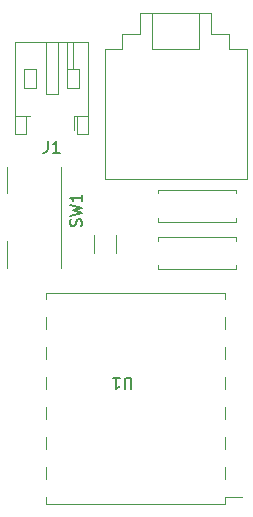
<source format=gbr>
%TF.GenerationSoftware,KiCad,Pcbnew,9.0.7*%
%TF.CreationDate,2026-01-16T10:51:50-07:00*%
%TF.ProjectId,keylink_revB,6b65796c-696e-46b5-9f72-6576422e6b69,rev?*%
%TF.SameCoordinates,Original*%
%TF.FileFunction,Legend,Top*%
%TF.FilePolarity,Positive*%
%FSLAX46Y46*%
G04 Gerber Fmt 4.6, Leading zero omitted, Abs format (unit mm)*
G04 Created by KiCad (PCBNEW 9.0.7) date 2026-01-16 10:51:50*
%MOMM*%
%LPD*%
G01*
G04 APERTURE LIST*
%ADD10C,0.150000*%
%ADD11C,0.120000*%
G04 APERTURE END LIST*
D10*
X94007200Y-37733332D02*
X94054819Y-37590475D01*
X94054819Y-37590475D02*
X94054819Y-37352380D01*
X94054819Y-37352380D02*
X94007200Y-37257142D01*
X94007200Y-37257142D02*
X93959580Y-37209523D01*
X93959580Y-37209523D02*
X93864342Y-37161904D01*
X93864342Y-37161904D02*
X93769104Y-37161904D01*
X93769104Y-37161904D02*
X93673866Y-37209523D01*
X93673866Y-37209523D02*
X93626247Y-37257142D01*
X93626247Y-37257142D02*
X93578628Y-37352380D01*
X93578628Y-37352380D02*
X93531009Y-37542856D01*
X93531009Y-37542856D02*
X93483390Y-37638094D01*
X93483390Y-37638094D02*
X93435771Y-37685713D01*
X93435771Y-37685713D02*
X93340533Y-37733332D01*
X93340533Y-37733332D02*
X93245295Y-37733332D01*
X93245295Y-37733332D02*
X93150057Y-37685713D01*
X93150057Y-37685713D02*
X93102438Y-37638094D01*
X93102438Y-37638094D02*
X93054819Y-37542856D01*
X93054819Y-37542856D02*
X93054819Y-37304761D01*
X93054819Y-37304761D02*
X93102438Y-37161904D01*
X93054819Y-36828570D02*
X94054819Y-36590475D01*
X94054819Y-36590475D02*
X93340533Y-36399999D01*
X93340533Y-36399999D02*
X94054819Y-36209523D01*
X94054819Y-36209523D02*
X93054819Y-35971428D01*
X94054819Y-35066666D02*
X94054819Y-35638094D01*
X94054819Y-35352380D02*
X93054819Y-35352380D01*
X93054819Y-35352380D02*
X93197676Y-35447618D01*
X93197676Y-35447618D02*
X93292914Y-35542856D01*
X93292914Y-35542856D02*
X93340533Y-35638094D01*
X91166666Y-30504819D02*
X91166666Y-31219104D01*
X91166666Y-31219104D02*
X91119047Y-31361961D01*
X91119047Y-31361961D02*
X91023809Y-31457200D01*
X91023809Y-31457200D02*
X90880952Y-31504819D01*
X90880952Y-31504819D02*
X90785714Y-31504819D01*
X92166666Y-31504819D02*
X91595238Y-31504819D01*
X91880952Y-31504819D02*
X91880952Y-30504819D01*
X91880952Y-30504819D02*
X91785714Y-30647676D01*
X91785714Y-30647676D02*
X91690476Y-30742914D01*
X91690476Y-30742914D02*
X91595238Y-30790533D01*
X98261904Y-51545180D02*
X98261904Y-50735657D01*
X98261904Y-50735657D02*
X98214285Y-50640419D01*
X98214285Y-50640419D02*
X98166666Y-50592800D01*
X98166666Y-50592800D02*
X98071428Y-50545180D01*
X98071428Y-50545180D02*
X97880952Y-50545180D01*
X97880952Y-50545180D02*
X97785714Y-50592800D01*
X97785714Y-50592800D02*
X97738095Y-50640419D01*
X97738095Y-50640419D02*
X97690476Y-50735657D01*
X97690476Y-50735657D02*
X97690476Y-51545180D01*
X96690476Y-50545180D02*
X97261904Y-50545180D01*
X96976190Y-50545180D02*
X96976190Y-51545180D01*
X96976190Y-51545180D02*
X97071428Y-51402323D01*
X97071428Y-51402323D02*
X97166666Y-51307085D01*
X97166666Y-51307085D02*
X97261904Y-51259466D01*
D11*
%TO.C,R1*%
X100540000Y-34630000D02*
X100540000Y-34960000D01*
X100540000Y-37370000D02*
X100540000Y-37040000D01*
X107080000Y-34630000D02*
X100540000Y-34630000D01*
X107080000Y-34960000D02*
X107080000Y-34630000D01*
X107080000Y-37040000D02*
X107080000Y-37370000D01*
X107080000Y-37370000D02*
X100540000Y-37370000D01*
%TO.C,SW1*%
X92300000Y-32700000D02*
X92300000Y-41300000D01*
X87700000Y-32700000D02*
X87700000Y-34900000D01*
X87700000Y-39000000D02*
X87700000Y-41300000D01*
%TO.C,R2*%
X107080000Y-41370000D02*
X100540000Y-41370000D01*
X107080000Y-41040000D02*
X107080000Y-41370000D01*
X107080000Y-38960000D02*
X107080000Y-38630000D01*
X107080000Y-38630000D02*
X100540000Y-38630000D01*
X100540000Y-41370000D02*
X100540000Y-41040000D01*
X100540000Y-38630000D02*
X100540000Y-38960000D01*
%TO.C,J1*%
X90200000Y-26000000D02*
X89200000Y-26000000D01*
X89200000Y-24400000D01*
X90200000Y-24400000D01*
X90200000Y-26000000D01*
X93800000Y-26000000D02*
X92800000Y-26000000D01*
X92800000Y-24400000D01*
X93800000Y-24400000D01*
X93800000Y-26000000D01*
X88440000Y-22140000D02*
X88440000Y-29960000D01*
X88440000Y-28360000D02*
X89360000Y-28360000D01*
X88440000Y-29960000D02*
X89360000Y-29960000D01*
X89360000Y-28360000D02*
X89640000Y-28360000D01*
X89360000Y-29960000D02*
X89360000Y-28360000D01*
X91000000Y-26500000D02*
X91000000Y-22140000D01*
X92000000Y-22140000D02*
X92000000Y-26500000D01*
X92000000Y-26500000D02*
X91000000Y-26500000D01*
X92800000Y-24400000D02*
X92800000Y-22140000D01*
X93300000Y-24400000D02*
X93300000Y-22140000D01*
X93360000Y-28360000D02*
X93360000Y-29575000D01*
X93360000Y-28360000D02*
X93640000Y-28360000D01*
X93640000Y-28360000D02*
X93640000Y-29960000D01*
X93640000Y-29960000D02*
X94560000Y-29960000D01*
X94560000Y-22140000D02*
X88440000Y-22140000D01*
X94560000Y-28360000D02*
X93640000Y-28360000D01*
X94560000Y-29960000D02*
X94560000Y-22140000D01*
%TO.C,C1*%
X96920000Y-38485000D02*
X96920000Y-40015000D01*
X95080000Y-40015000D02*
X95080000Y-38485000D01*
%TO.C,J2*%
X108000000Y-33700000D02*
X96000000Y-33700000D01*
X108000000Y-22700000D02*
X108000000Y-33700000D01*
X106500000Y-22700000D02*
X108000000Y-22700000D01*
X106500000Y-21500000D02*
X106500000Y-22700000D01*
X105000000Y-21500000D02*
X106500000Y-21500000D01*
X105000000Y-19700000D02*
X105000000Y-21500000D01*
X104000000Y-22700000D02*
X104000000Y-19700000D01*
X100000000Y-22700000D02*
X104000000Y-22700000D01*
X100000000Y-19700000D02*
X100000000Y-22700000D01*
X99000000Y-21500000D02*
X99000000Y-19700000D01*
X99000000Y-19700000D02*
X105000000Y-19700000D01*
X97500000Y-22700000D02*
X97500000Y-21500000D01*
X97500000Y-21500000D02*
X99000000Y-21500000D01*
X96000000Y-33700000D02*
X96000000Y-22700000D01*
X96000000Y-22700000D02*
X97500000Y-22700000D01*
%TO.C,U1*%
X91000000Y-43920000D02*
X91000000Y-43350000D01*
X91000000Y-46460000D02*
X91000000Y-45440000D01*
X91000000Y-49000000D02*
X91000000Y-47980000D01*
X91000000Y-51540000D02*
X91000000Y-50520000D01*
X91000000Y-54080000D02*
X91000000Y-53060000D01*
X91000000Y-56620000D02*
X91000000Y-55600000D01*
X91000000Y-59160000D02*
X91000000Y-58140000D01*
X91000000Y-61250000D02*
X91000000Y-60680000D01*
X106175000Y-43350000D02*
X91000000Y-43350000D01*
X106175000Y-43920000D02*
X106175000Y-43350000D01*
X106175000Y-46460000D02*
X106175000Y-45440000D01*
X106175000Y-49000000D02*
X106175000Y-47980000D01*
X106175000Y-51540000D02*
X106175000Y-50520000D01*
X106175000Y-54080000D02*
X106175000Y-53060000D01*
X106175000Y-56620000D02*
X106175000Y-55600000D01*
X106175000Y-59160000D02*
X106175000Y-58140000D01*
X106175000Y-61250000D02*
X91000000Y-61250000D01*
X106175000Y-61250000D02*
X106175000Y-60680000D01*
X107615000Y-60680000D02*
X106175000Y-60680000D01*
%TD*%
M02*

</source>
